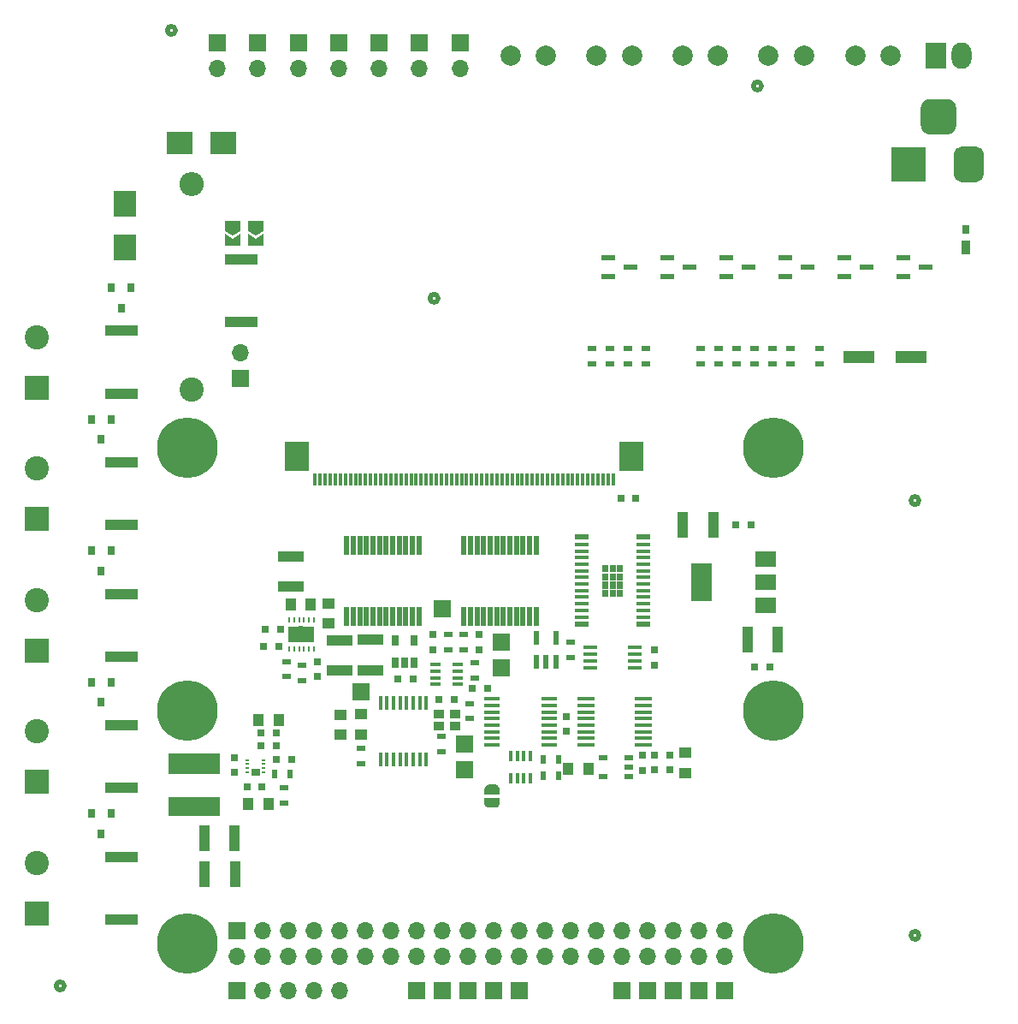
<source format=gts>
G04 #@! TF.GenerationSoftware,KiCad,Pcbnew,(5.1.6-0-10_14)*
G04 #@! TF.CreationDate,2021-09-30T17:17:06+09:00*
G04 #@! TF.ProjectId,qPCR-main,71504352-2d6d-4616-996e-2e6b69636164,rev?*
G04 #@! TF.SameCoordinates,Original*
G04 #@! TF.FileFunction,Soldermask,Top*
G04 #@! TF.FilePolarity,Negative*
%FSLAX46Y46*%
G04 Gerber Fmt 4.6, Leading zero omitted, Abs format (unit mm)*
G04 Created by KiCad (PCBNEW (5.1.6-0-10_14)) date 2021-09-30 17:17:06*
%MOMM*%
%LPD*%
G01*
G04 APERTURE LIST*
%ADD10C,0.475000*%
%ADD11C,0.100000*%
%ADD12R,0.249999X0.499999*%
%ADD13R,2.500000X1.500000*%
%ADD14C,0.600000*%
%ADD15R,0.838200X0.711200*%
%ADD16R,0.457200X0.254000*%
%ADD17R,0.750000X0.800000*%
%ADD18R,1.000000X1.250000*%
%ADD19R,1.000000X2.500000*%
%ADD20R,0.800000X0.750000*%
%ADD21C,6.000000*%
%ADD22O,1.700000X1.700000*%
%ADD23R,1.700000X1.700000*%
%ADD24R,1.570000X0.410000*%
%ADD25R,0.355600X1.473200*%
%ADD26R,0.900000X0.500000*%
%ADD27R,1.000000X0.900000*%
%ADD28R,1.250000X1.000000*%
%ADD29R,0.480000X1.900000*%
%ADD30R,1.350000X0.600000*%
%ADD31R,1.350000X0.400000*%
%ADD32R,1.450000X0.450000*%
%ADD33R,1.450000X0.400000*%
%ADD34C,2.000000*%
%ADD35R,3.500000X3.500000*%
%ADD36O,2.000000X2.600000*%
%ADD37R,2.000000X2.600000*%
%ADD38R,1.320800X0.558800*%
%ADD39R,0.650000X1.060000*%
%ADD40R,1.060000X0.400000*%
%ADD41R,0.400000X1.060000*%
%ADD42R,1.676400X0.355600*%
%ADD43R,0.800000X0.900000*%
%ADD44R,2.000000X1.500000*%
%ADD45R,2.000000X3.800000*%
%ADD46R,2.400000X3.000000*%
%ADD47R,0.300000X1.250000*%
%ADD48R,2.400000X2.400000*%
%ADD49C,2.400000*%
%ADD50R,0.825500X0.508000*%
%ADD51R,3.098800X1.219200*%
%ADD52R,5.100000X1.900000*%
%ADD53R,5.100000X2.100000*%
%ADD54R,2.500000X1.000000*%
%ADD55R,2.500000X2.300000*%
%ADD56R,2.300000X2.500000*%
%ADD57R,0.500000X0.900000*%
%ADD58R,3.200000X1.000000*%
%ADD59R,0.889000X1.397000*%
%ADD60R,0.762000X0.863600*%
%ADD61O,2.400000X2.400000*%
%ADD62R,0.558800X1.473200*%
G04 APERTURE END LIST*
D10*
X125300000Y-79500000D02*
G75*
G03*
X125300000Y-79500000I-400000J0D01*
G01*
X172900000Y-99500000D02*
G75*
G03*
X172900000Y-99500000I-400000J0D01*
G01*
X172900000Y-142500000D02*
G75*
G03*
X172900000Y-142500000I-400000J0D01*
G01*
X88300000Y-147500000D02*
G75*
G03*
X88300000Y-147500000I-400000J0D01*
G01*
X157300000Y-58500000D02*
G75*
G03*
X157300000Y-58500000I-400000J0D01*
G01*
X99300000Y-53000000D02*
G75*
G03*
X99300000Y-53000000I-400000J0D01*
G01*
D11*
G36*
X142780000Y-108350000D02*
G01*
X142780000Y-108950000D01*
X142280000Y-108950000D01*
X142280000Y-108350000D01*
X142780000Y-108350000D01*
G37*
X142780000Y-108350000D02*
X142780000Y-108950000D01*
X142280000Y-108950000D01*
X142280000Y-108350000D01*
X142780000Y-108350000D01*
G36*
X143480000Y-108350000D02*
G01*
X143480000Y-108950000D01*
X142980000Y-108950000D01*
X142980000Y-108350000D01*
X143480000Y-108350000D01*
G37*
X143480000Y-108350000D02*
X143480000Y-108950000D01*
X142980000Y-108950000D01*
X142980000Y-108350000D01*
X143480000Y-108350000D01*
G36*
X142080000Y-108350000D02*
G01*
X142080000Y-108950000D01*
X141580000Y-108950000D01*
X141580000Y-108350000D01*
X142080000Y-108350000D01*
G37*
X142080000Y-108350000D02*
X142080000Y-108950000D01*
X141580000Y-108950000D01*
X141580000Y-108350000D01*
X142080000Y-108350000D01*
G36*
X143480000Y-107530000D02*
G01*
X143480000Y-108130000D01*
X142980000Y-108130000D01*
X142980000Y-107530000D01*
X143480000Y-107530000D01*
G37*
X143480000Y-107530000D02*
X143480000Y-108130000D01*
X142980000Y-108130000D01*
X142980000Y-107530000D01*
X143480000Y-107530000D01*
G36*
X142080000Y-107530000D02*
G01*
X142080000Y-108130000D01*
X141580000Y-108130000D01*
X141580000Y-107530000D01*
X142080000Y-107530000D01*
G37*
X142080000Y-107530000D02*
X142080000Y-108130000D01*
X141580000Y-108130000D01*
X141580000Y-107530000D01*
X142080000Y-107530000D01*
G36*
X142780000Y-107530000D02*
G01*
X142780000Y-108130000D01*
X142280000Y-108130000D01*
X142280000Y-107530000D01*
X142780000Y-107530000D01*
G37*
X142780000Y-107530000D02*
X142780000Y-108130000D01*
X142280000Y-108130000D01*
X142280000Y-107530000D01*
X142780000Y-107530000D01*
G36*
X142780000Y-105890000D02*
G01*
X142780000Y-106490000D01*
X142280000Y-106490000D01*
X142280000Y-105890000D01*
X142780000Y-105890000D01*
G37*
X142780000Y-105890000D02*
X142780000Y-106490000D01*
X142280000Y-106490000D01*
X142280000Y-105890000D01*
X142780000Y-105890000D01*
G36*
X143480000Y-105890000D02*
G01*
X143480000Y-106490000D01*
X142980000Y-106490000D01*
X142980000Y-105890000D01*
X143480000Y-105890000D01*
G37*
X143480000Y-105890000D02*
X143480000Y-106490000D01*
X142980000Y-106490000D01*
X142980000Y-105890000D01*
X143480000Y-105890000D01*
G36*
X142080000Y-105890000D02*
G01*
X142080000Y-106490000D01*
X141580000Y-106490000D01*
X141580000Y-105890000D01*
X142080000Y-105890000D01*
G37*
X142080000Y-105890000D02*
X142080000Y-106490000D01*
X141580000Y-106490000D01*
X141580000Y-105890000D01*
X142080000Y-105890000D01*
G36*
X143480000Y-106710000D02*
G01*
X143480000Y-107310000D01*
X142980000Y-107310000D01*
X142980000Y-106710000D01*
X143480000Y-106710000D01*
G37*
X143480000Y-106710000D02*
X143480000Y-107310000D01*
X142980000Y-107310000D01*
X142980000Y-106710000D01*
X143480000Y-106710000D01*
G36*
X142080000Y-106710000D02*
G01*
X142080000Y-107310000D01*
X141580000Y-107310000D01*
X141580000Y-106710000D01*
X142080000Y-106710000D01*
G37*
X142080000Y-106710000D02*
X142080000Y-107310000D01*
X141580000Y-107310000D01*
X141580000Y-106710000D01*
X142080000Y-106710000D01*
G36*
X142780000Y-106710000D02*
G01*
X142780000Y-107310000D01*
X142280000Y-107310000D01*
X142280000Y-106710000D01*
X142780000Y-106710000D01*
G37*
X142780000Y-106710000D02*
X142780000Y-107310000D01*
X142280000Y-107310000D01*
X142280000Y-106710000D01*
X142780000Y-106710000D01*
D12*
X110540000Y-114180000D03*
X111039999Y-114180000D03*
X111540000Y-114180000D03*
X112040000Y-114180000D03*
X112540001Y-114180000D03*
X113040000Y-114180000D03*
X113040000Y-111280000D03*
X112540001Y-111280000D03*
X112040000Y-111280000D03*
X111540000Y-111280000D03*
X111039999Y-111280000D03*
X110540000Y-111280000D03*
D13*
X111790000Y-112730000D03*
D14*
X110789999Y-112730000D03*
X111790000Y-112130000D03*
X112790001Y-112730000D03*
X111790000Y-113229999D03*
D15*
X107220000Y-126398000D03*
D16*
X107995000Y-125150001D03*
X107995000Y-125550000D03*
X107995000Y-125950000D03*
X107995000Y-126349999D03*
X106445000Y-126349999D03*
X106445000Y-125950000D03*
X106445000Y-125550000D03*
X106445000Y-125150001D03*
D17*
X105150000Y-126400000D03*
X105150000Y-124900000D03*
D18*
X108500000Y-129480000D03*
X106500000Y-129480000D03*
D19*
X102150000Y-132910000D03*
X105150000Y-132910000D03*
D20*
X107880000Y-127800000D03*
X106380000Y-127800000D03*
D21*
X158500000Y-143270000D03*
X100500000Y-94270000D03*
X158500000Y-94270000D03*
X100500000Y-143270000D03*
D22*
X153630000Y-144540000D03*
X153630000Y-142000000D03*
X135850000Y-144540000D03*
X135850000Y-142000000D03*
X130770000Y-144540000D03*
X130770000Y-142000000D03*
X140930000Y-144540000D03*
X140930000Y-142000000D03*
X112990000Y-144540000D03*
X112990000Y-142000000D03*
X143470000Y-144540000D03*
X143470000Y-142000000D03*
X125690000Y-144540000D03*
X125690000Y-142000000D03*
X148550000Y-144540000D03*
X148550000Y-142000000D03*
X146010000Y-144540000D03*
X146010000Y-142000000D03*
X151090000Y-144540000D03*
X151090000Y-142000000D03*
X128230000Y-144540000D03*
X128230000Y-142000000D03*
X115530000Y-144540000D03*
X115530000Y-142000000D03*
X120610000Y-144540000D03*
X120610000Y-142000000D03*
X138390000Y-144540000D03*
X138390000Y-142000000D03*
X118070000Y-144540000D03*
X118070000Y-142000000D03*
X133310000Y-144540000D03*
X133310000Y-142000000D03*
D23*
X105370000Y-142000000D03*
D22*
X105370000Y-144540000D03*
X110450000Y-142000000D03*
X107910000Y-144540000D03*
X123150000Y-144540000D03*
X123150000Y-142000000D03*
X107910000Y-142000000D03*
X110450000Y-144540000D03*
D21*
X100500000Y-120270000D03*
X158500000Y-120270000D03*
D24*
X136340000Y-119125000D03*
X136340000Y-119775000D03*
X136340000Y-120425000D03*
X136340000Y-121075000D03*
X136340000Y-121725000D03*
X136340000Y-122375000D03*
X136340000Y-123025000D03*
X136340000Y-123675000D03*
X130600000Y-123675000D03*
X130600000Y-123025000D03*
X130600000Y-122375000D03*
X130600000Y-121725000D03*
X130600000Y-121075000D03*
X130600000Y-120425000D03*
X130600000Y-119775000D03*
X130600000Y-119125000D03*
D23*
X117670000Y-118400000D03*
X105700000Y-87440000D03*
D22*
X105700000Y-84900000D03*
D25*
X124144999Y-125129400D03*
X123494998Y-125129400D03*
X122844999Y-125129400D03*
X122194998Y-125129400D03*
X121544999Y-125129400D03*
X120895001Y-125129400D03*
X120244999Y-125129400D03*
X119595001Y-125129400D03*
X119595001Y-119490600D03*
X120245002Y-119490600D03*
X120895001Y-119490600D03*
X121545002Y-119490600D03*
X122195001Y-119490600D03*
X122844999Y-119490600D03*
X123495001Y-119490600D03*
X124144999Y-119490600D03*
D26*
X117660000Y-125520000D03*
X117660000Y-124020000D03*
X128460000Y-119570000D03*
X128460000Y-121070000D03*
D20*
X126900000Y-119140000D03*
X125400000Y-119140000D03*
D27*
X126962500Y-120577500D03*
X125337500Y-120577500D03*
X125337500Y-121802500D03*
X126962500Y-121802500D03*
D28*
X115640000Y-120660000D03*
X115640000Y-122660000D03*
D29*
X116255000Y-103925000D03*
X116905000Y-103925000D03*
X117555000Y-103925000D03*
X118205000Y-103925000D03*
X118855000Y-103925000D03*
X119505000Y-103925000D03*
X120155000Y-103925000D03*
X120805000Y-103925000D03*
X121455000Y-103925000D03*
X122105000Y-103925000D03*
X122755000Y-103925000D03*
X123405000Y-103925000D03*
X123405000Y-110935000D03*
X122755000Y-110935000D03*
X122105000Y-110935000D03*
X121455000Y-110935000D03*
X120805000Y-110935000D03*
X120155000Y-110935000D03*
X119505000Y-110935000D03*
X118855000Y-110935000D03*
X118205000Y-110935000D03*
X117555000Y-110935000D03*
X116905000Y-110935000D03*
X116255000Y-110935000D03*
D30*
X145580000Y-103105000D03*
X139480000Y-103105000D03*
D31*
X145580000Y-103855000D03*
X139480000Y-103855000D03*
X145580000Y-104505000D03*
X139480000Y-104505000D03*
X145580000Y-105155000D03*
X139480000Y-105155000D03*
X145580000Y-105805000D03*
X139480000Y-105805000D03*
X145580000Y-106455000D03*
X139480000Y-106455000D03*
X145580000Y-107105000D03*
X139480000Y-107105000D03*
X145580000Y-107755000D03*
X139480000Y-107755000D03*
X145580000Y-108405000D03*
X139480000Y-108405000D03*
X145580000Y-109055000D03*
X139480000Y-109055000D03*
X145580000Y-109705000D03*
X139480000Y-109705000D03*
X145580000Y-110355000D03*
X139480000Y-110355000D03*
X145580000Y-111005000D03*
X139480000Y-111005000D03*
D30*
X145580000Y-111755000D03*
X139480000Y-111755000D03*
D32*
X140330000Y-114000000D03*
D33*
X140330000Y-114675000D03*
X140330000Y-115325000D03*
D32*
X140330000Y-116000000D03*
X144730000Y-116000000D03*
D33*
X144730000Y-115325000D03*
X144730000Y-114675000D03*
D32*
X144730000Y-114000000D03*
D34*
X166590000Y-55500000D03*
X170090000Y-55500000D03*
X144500000Y-55500000D03*
X141000000Y-55500000D03*
X136000000Y-55500000D03*
X132500000Y-55500000D03*
X158000000Y-55500000D03*
X161500000Y-55500000D03*
X153000000Y-55500000D03*
X149500000Y-55500000D03*
G36*
G01*
X176579000Y-60675000D02*
X176579000Y-62425000D01*
G75*
G02*
X175704000Y-63300000I-875000J0D01*
G01*
X173954000Y-63300000D01*
G75*
G02*
X173079000Y-62425000I0J875000D01*
G01*
X173079000Y-60675000D01*
G75*
G02*
X173954000Y-59800000I875000J0D01*
G01*
X175704000Y-59800000D01*
G75*
G02*
X176579000Y-60675000I0J-875000D01*
G01*
G37*
G36*
G01*
X179329000Y-65250000D02*
X179329000Y-67250000D01*
G75*
G02*
X178579000Y-68000000I-750000J0D01*
G01*
X177079000Y-68000000D01*
G75*
G02*
X176329000Y-67250000I0J750000D01*
G01*
X176329000Y-65250000D01*
G75*
G02*
X177079000Y-64500000I750000J0D01*
G01*
X178579000Y-64500000D01*
G75*
G02*
X179329000Y-65250000I0J-750000D01*
G01*
G37*
D35*
X171829000Y-66250000D03*
D23*
X123150000Y-148000000D03*
X125690000Y-148000000D03*
X128230000Y-148000000D03*
X130770000Y-148000000D03*
X133310000Y-148000000D03*
X146010000Y-148000000D03*
X143470000Y-148000000D03*
X148550000Y-148000000D03*
D11*
G36*
X129890602Y-128080000D02*
G01*
X129890602Y-128055466D01*
X129895412Y-128006635D01*
X129904984Y-127958510D01*
X129919228Y-127911555D01*
X129938005Y-127866222D01*
X129961136Y-127822949D01*
X129988396Y-127782150D01*
X130019524Y-127744221D01*
X130054221Y-127709524D01*
X130092150Y-127678396D01*
X130132949Y-127651136D01*
X130176222Y-127628005D01*
X130221555Y-127609228D01*
X130268510Y-127594984D01*
X130316635Y-127585412D01*
X130365466Y-127580602D01*
X130390000Y-127580602D01*
X130390000Y-127580000D01*
X130890000Y-127580000D01*
X130890000Y-127580602D01*
X130914534Y-127580602D01*
X130963365Y-127585412D01*
X131011490Y-127594984D01*
X131058445Y-127609228D01*
X131103778Y-127628005D01*
X131147051Y-127651136D01*
X131187850Y-127678396D01*
X131225779Y-127709524D01*
X131260476Y-127744221D01*
X131291604Y-127782150D01*
X131318864Y-127822949D01*
X131341995Y-127866222D01*
X131360772Y-127911555D01*
X131375016Y-127958510D01*
X131384588Y-128006635D01*
X131389398Y-128055466D01*
X131389398Y-128080000D01*
X131390000Y-128080000D01*
X131390000Y-128580000D01*
X129890000Y-128580000D01*
X129890000Y-128080000D01*
X129890602Y-128080000D01*
G37*
G36*
X131390000Y-128880000D02*
G01*
X131390000Y-129380000D01*
X131389398Y-129380000D01*
X131389398Y-129404534D01*
X131384588Y-129453365D01*
X131375016Y-129501490D01*
X131360772Y-129548445D01*
X131341995Y-129593778D01*
X131318864Y-129637051D01*
X131291604Y-129677850D01*
X131260476Y-129715779D01*
X131225779Y-129750476D01*
X131187850Y-129781604D01*
X131147051Y-129808864D01*
X131103778Y-129831995D01*
X131058445Y-129850772D01*
X131011490Y-129865016D01*
X130963365Y-129874588D01*
X130914534Y-129879398D01*
X130890000Y-129879398D01*
X130890000Y-129880000D01*
X130390000Y-129880000D01*
X130390000Y-129879398D01*
X130365466Y-129879398D01*
X130316635Y-129874588D01*
X130268510Y-129865016D01*
X130221555Y-129850772D01*
X130176222Y-129831995D01*
X130132949Y-129808864D01*
X130092150Y-129781604D01*
X130054221Y-129750476D01*
X130019524Y-129715779D01*
X129988396Y-129677850D01*
X129961136Y-129637051D01*
X129938005Y-129593778D01*
X129919228Y-129548445D01*
X129904984Y-129501490D01*
X129895412Y-129453365D01*
X129890602Y-129404534D01*
X129890602Y-129380000D01*
X129890000Y-129380000D01*
X129890000Y-128880000D01*
X131390000Y-128880000D01*
G37*
D36*
X177130000Y-55500000D03*
D37*
X174590000Y-55500000D03*
D38*
X173525532Y-76400000D03*
X171341132Y-77339800D03*
X171341132Y-75460200D03*
X167692199Y-76400000D03*
X165507799Y-77339800D03*
X165507799Y-75460200D03*
X148007800Y-75460200D03*
X148007800Y-77339800D03*
X150192200Y-76400000D03*
X144358867Y-76400000D03*
X142174467Y-77339800D03*
X142174467Y-75460200D03*
X159674466Y-75460200D03*
X159674466Y-77339800D03*
X161858866Y-76400000D03*
X153841133Y-75460200D03*
X153841133Y-77339800D03*
X156025533Y-76400000D03*
D22*
X103465500Y-56770000D03*
D23*
X103465500Y-54230000D03*
X119465500Y-54230000D03*
D22*
X119465500Y-56770000D03*
D23*
X115465500Y-54230000D03*
D22*
X115465500Y-56770000D03*
X111465500Y-56770000D03*
D23*
X111465500Y-54230000D03*
D22*
X107465500Y-56770000D03*
D23*
X107465500Y-54230000D03*
X127465500Y-54230000D03*
D22*
X127465500Y-56770000D03*
D23*
X123465500Y-54230000D03*
D22*
X123465500Y-56770000D03*
D39*
X121030000Y-113320000D03*
X122930000Y-113320000D03*
X122930000Y-115520000D03*
X121980000Y-115520000D03*
X121030000Y-115520000D03*
D40*
X125010000Y-115730000D03*
X125010000Y-116380000D03*
X125010000Y-117040000D03*
X125010000Y-117690000D03*
X127210000Y-117690000D03*
X127210000Y-117040000D03*
X127210000Y-116380000D03*
X127210000Y-115730000D03*
D41*
X134450000Y-126980000D03*
X133800000Y-126980000D03*
X133140000Y-126980000D03*
X132490000Y-126980000D03*
X132490000Y-124780000D03*
X133140000Y-124780000D03*
X133800000Y-124780000D03*
X134450000Y-124780000D03*
D42*
X145579400Y-119125001D03*
X145579400Y-119775002D03*
X145579400Y-120425001D03*
X145579400Y-121075002D03*
X145579400Y-121725001D03*
X145579400Y-122374999D03*
X145579400Y-123025001D03*
X145579400Y-123674999D03*
X139940600Y-123674999D03*
X139940600Y-123024998D03*
X139940600Y-122374999D03*
X139940600Y-121724998D03*
X139940600Y-121074999D03*
X139940600Y-120425001D03*
X139940600Y-119774999D03*
X139940600Y-119125001D03*
D43*
X93936000Y-80450000D03*
X92986000Y-78450000D03*
X94886000Y-78450000D03*
X92926000Y-91450000D03*
X91026000Y-91450000D03*
X91976000Y-93450000D03*
X91976000Y-106450000D03*
X91026000Y-104450000D03*
X92926000Y-104450000D03*
X92926000Y-117450000D03*
X91026000Y-117450000D03*
X91976000Y-119450000D03*
X91976000Y-132450000D03*
X91026000Y-130450000D03*
X92926000Y-130450000D03*
D44*
X157700000Y-109860000D03*
X157700000Y-105260000D03*
X157700000Y-107560000D03*
D45*
X151400000Y-107560000D03*
D23*
X105370000Y-148000000D03*
D22*
X107910000Y-148000000D03*
X110450000Y-148000000D03*
X112990000Y-148000000D03*
X115530000Y-148000000D03*
D46*
X111330000Y-95105000D03*
X144430000Y-95105000D03*
D47*
X113130000Y-97430000D03*
X113630000Y-97430000D03*
X114130000Y-97430000D03*
X114630000Y-97430000D03*
X115130000Y-97430000D03*
X115630000Y-97430000D03*
X116130000Y-97430000D03*
X116630000Y-97430000D03*
X117130000Y-97430000D03*
X117630000Y-97430000D03*
X118130000Y-97430000D03*
X118630000Y-97430000D03*
X119130000Y-97430000D03*
X119630000Y-97430000D03*
X120130000Y-97430000D03*
X120630000Y-97430000D03*
X121130000Y-97430000D03*
X121630000Y-97430000D03*
X122130000Y-97430000D03*
X122630000Y-97430000D03*
X123130000Y-97430000D03*
X123630000Y-97430000D03*
X124130000Y-97430000D03*
X124630000Y-97430000D03*
X125130000Y-97430000D03*
X125630000Y-97430000D03*
X126130000Y-97430000D03*
X126630000Y-97430000D03*
X127130000Y-97430000D03*
X127630000Y-97430000D03*
X128130000Y-97430000D03*
X128630000Y-97430000D03*
X129130000Y-97430000D03*
X129630000Y-97430000D03*
X130130000Y-97430000D03*
X130630000Y-97430000D03*
X131130000Y-97430000D03*
X131630000Y-97430000D03*
X132130000Y-97430000D03*
X132630000Y-97430000D03*
X133130000Y-97430000D03*
X133630000Y-97430000D03*
X134130000Y-97430000D03*
X134630000Y-97430000D03*
X135130000Y-97430000D03*
X135630000Y-97430000D03*
X136130000Y-97430000D03*
X136630000Y-97430000D03*
X137130000Y-97430000D03*
X137630000Y-97430000D03*
X138130000Y-97430000D03*
X138630000Y-97430000D03*
X139130000Y-97430000D03*
X139630000Y-97430000D03*
X140130000Y-97430000D03*
X140630000Y-97430000D03*
X141130000Y-97430000D03*
X141630000Y-97430000D03*
X142130000Y-97430000D03*
X142630000Y-97430000D03*
D29*
X127855000Y-110935000D03*
X128505000Y-110935000D03*
X129155000Y-110935000D03*
X129805000Y-110935000D03*
X130455000Y-110935000D03*
X131105000Y-110935000D03*
X131755000Y-110935000D03*
X132405000Y-110935000D03*
X133055000Y-110935000D03*
X133705000Y-110935000D03*
X134355000Y-110935000D03*
X135005000Y-110935000D03*
X135005000Y-103925000D03*
X134355000Y-103925000D03*
X133705000Y-103925000D03*
X133055000Y-103925000D03*
X132405000Y-103925000D03*
X131755000Y-103925000D03*
X131105000Y-103925000D03*
X130455000Y-103925000D03*
X129805000Y-103925000D03*
X129155000Y-103925000D03*
X128505000Y-103925000D03*
X127855000Y-103925000D03*
D23*
X131560000Y-113504000D03*
X131560000Y-116044000D03*
X125760000Y-110210000D03*
D48*
X85546000Y-88320000D03*
D49*
X85546000Y-83320000D03*
X85546000Y-96320000D03*
D48*
X85546000Y-101320000D03*
X85546000Y-114320000D03*
D49*
X85546000Y-109320000D03*
D48*
X85546000Y-127320000D03*
D49*
X85546000Y-122320000D03*
X85546000Y-135320000D03*
D48*
X85546000Y-140320000D03*
D50*
X141636350Y-126832500D03*
X141636350Y-124927500D03*
X144163650Y-124940200D03*
X144163650Y-125880000D03*
X144163650Y-126819800D03*
D23*
X151090000Y-148000000D03*
X153630000Y-148000000D03*
D51*
X172092700Y-85270000D03*
X166987300Y-85270000D03*
D52*
X101200000Y-129730000D03*
D53*
X101200000Y-125530000D03*
D28*
X117660000Y-122640000D03*
X117660000Y-120640000D03*
D17*
X138000000Y-122330000D03*
X138000000Y-120830000D03*
D20*
X128690000Y-118080000D03*
X130190000Y-118080000D03*
D17*
X124820000Y-112730000D03*
X124820000Y-114230000D03*
X129392000Y-114230000D03*
X129392000Y-112730000D03*
D20*
X121340000Y-117160000D03*
X122840000Y-117160000D03*
D17*
X146720000Y-114250000D03*
X146720000Y-115750000D03*
D20*
X143380000Y-99250000D03*
X144880000Y-99250000D03*
X109290000Y-125110000D03*
X110790000Y-125110000D03*
X109258000Y-123704000D03*
X107758000Y-123704000D03*
X109258000Y-122434000D03*
X107758000Y-122434000D03*
D18*
X107508000Y-121164000D03*
X109508000Y-121164000D03*
D19*
X105210000Y-136430000D03*
X102210000Y-136430000D03*
D28*
X149760000Y-126460000D03*
X149760000Y-124460000D03*
D19*
X149550000Y-101880000D03*
X152550000Y-101880000D03*
D20*
X146730000Y-124640000D03*
X148230000Y-124640000D03*
X154800000Y-101880000D03*
X156300000Y-101880000D03*
X146730000Y-126130000D03*
X148230000Y-126130000D03*
D19*
X155950000Y-113280000D03*
X158950000Y-113280000D03*
D20*
X158160000Y-115960000D03*
X156660000Y-115960000D03*
D17*
X145540000Y-124700000D03*
X145540000Y-126200000D03*
D18*
X138160000Y-126060000D03*
X140160000Y-126060000D03*
D54*
X110720000Y-105000000D03*
X110720000Y-108000000D03*
D17*
X113330000Y-115410000D03*
X113330000Y-116910000D03*
D20*
X108210000Y-112270000D03*
X109710000Y-112270000D03*
X109540000Y-113890000D03*
X108040000Y-113890000D03*
D18*
X112700000Y-109790000D03*
X110700000Y-109790000D03*
D54*
X115560000Y-113310000D03*
X115560000Y-116310000D03*
X118570000Y-116270000D03*
X118570000Y-113270000D03*
D55*
X104020000Y-64130000D03*
X99720000Y-64130000D03*
D56*
X94270000Y-70140000D03*
X94270000Y-74440000D03*
D28*
X114460000Y-109680000D03*
X114460000Y-111680000D03*
D26*
X145896000Y-86000000D03*
X145896000Y-84500000D03*
X144118000Y-84500000D03*
X144118000Y-86000000D03*
X158422000Y-86000000D03*
X158422000Y-84500000D03*
X156644000Y-84500000D03*
X156644000Y-86000000D03*
X151310000Y-86000000D03*
X151310000Y-84500000D03*
X140562000Y-84500000D03*
X140562000Y-86000000D03*
X142340000Y-84500000D03*
X142340000Y-86000000D03*
X153088000Y-84500000D03*
X153088000Y-86000000D03*
X154866000Y-84500000D03*
X154866000Y-86000000D03*
X125650000Y-124350000D03*
X125650000Y-122850000D03*
X126344000Y-112730000D03*
X126344000Y-114230000D03*
X127868000Y-114230000D03*
X127868000Y-112730000D03*
X128960000Y-115550000D03*
X128960000Y-117050000D03*
X138380000Y-114988000D03*
X138380000Y-113488000D03*
D57*
X137220000Y-126740000D03*
X135720000Y-126740000D03*
X137220000Y-125130000D03*
X135720000Y-125130000D03*
X110640000Y-126560000D03*
X109140000Y-126560000D03*
D26*
X110080000Y-127900000D03*
X110080000Y-129400000D03*
X160200000Y-84500000D03*
X160200000Y-86000000D03*
X163050000Y-84500000D03*
X163050000Y-86000000D03*
D58*
X93936000Y-82720000D03*
X93936000Y-88920000D03*
X93936000Y-101920000D03*
X93936000Y-95720000D03*
X93936000Y-108720000D03*
X93936000Y-114920000D03*
X93936000Y-127920000D03*
X93936000Y-121720000D03*
X93936000Y-134720000D03*
X93936000Y-140920000D03*
D26*
X110300000Y-115410000D03*
X110300000Y-116910000D03*
X111860000Y-117310000D03*
X111860000Y-115810000D03*
D59*
X177510000Y-74429300D03*
D60*
X177510000Y-72664000D03*
D49*
X100950000Y-88510000D03*
D61*
X100950000Y-68190000D03*
D62*
X135039999Y-113044200D03*
X136940001Y-113044200D03*
X136940001Y-115431800D03*
X135990000Y-115431800D03*
X135039999Y-115431800D03*
D23*
X127930000Y-126126000D03*
X127930000Y-123586000D03*
D58*
X105820000Y-81860000D03*
X105820000Y-75660000D03*
D11*
G36*
X104960000Y-73325000D02*
G01*
X104210000Y-72825000D01*
X104210000Y-71825000D01*
X105710000Y-71825000D01*
X105710000Y-72825000D01*
X104960000Y-73325000D01*
G37*
G36*
X104210000Y-74275000D02*
G01*
X104210000Y-73125000D01*
X104960000Y-73625000D01*
X105710000Y-73125000D01*
X105710000Y-74275000D01*
X104210000Y-74275000D01*
G37*
G36*
X106500000Y-74275000D02*
G01*
X106500000Y-73125000D01*
X107250000Y-73625000D01*
X108000000Y-73125000D01*
X108000000Y-74275000D01*
X106500000Y-74275000D01*
G37*
G36*
X107250000Y-73325000D02*
G01*
X106500000Y-72825000D01*
X106500000Y-71825000D01*
X108000000Y-71825000D01*
X108000000Y-72825000D01*
X107250000Y-73325000D01*
G37*
M02*

</source>
